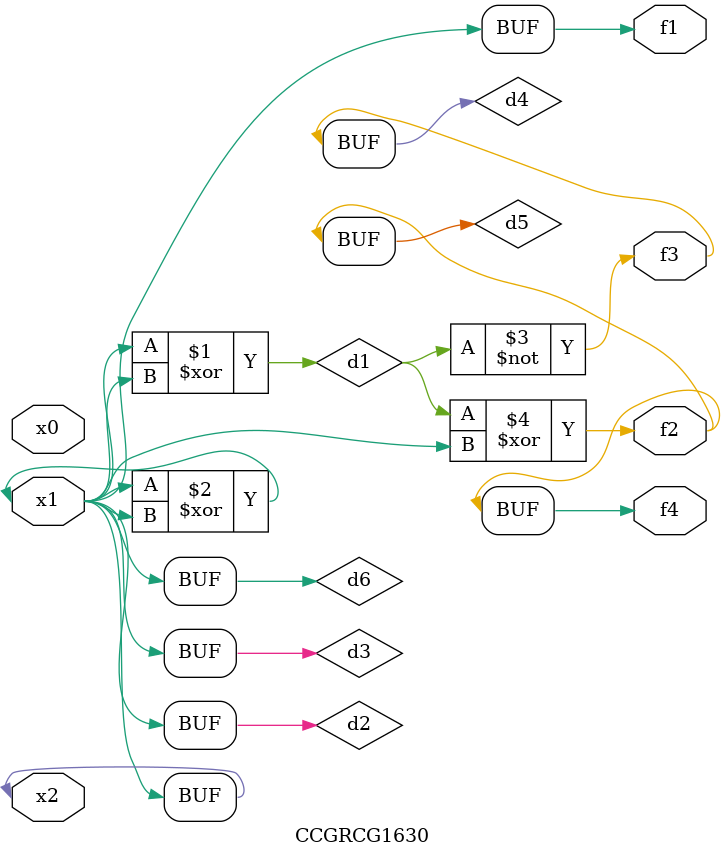
<source format=v>
module CCGRCG1630(
	input x0, x1, x2,
	output f1, f2, f3, f4
);

	wire d1, d2, d3, d4, d5, d6;

	xor (d1, x1, x2);
	buf (d2, x1, x2);
	xor (d3, x1, x2);
	nor (d4, d1);
	xor (d5, d1, d2);
	buf (d6, d2, d3);
	assign f1 = d6;
	assign f2 = d5;
	assign f3 = d4;
	assign f4 = d5;
endmodule

</source>
